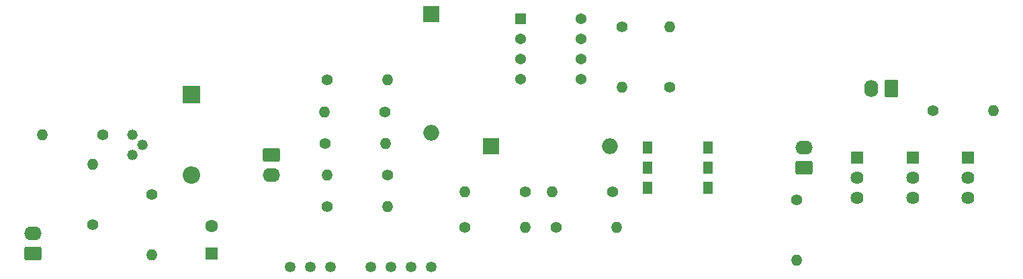
<source format=gbr>
%TF.GenerationSoftware,KiCad,Pcbnew,(6.0.2)*%
%TF.CreationDate,2022-03-20T13:20:32+09:00*%
%TF.ProjectId,TSAL&VOLTAGE_INDICATOR (1),5453414c-2656-44f4-9c54-4147455f494e,rev?*%
%TF.SameCoordinates,Original*%
%TF.FileFunction,Soldermask,Bot*%
%TF.FilePolarity,Negative*%
%FSLAX46Y46*%
G04 Gerber Fmt 4.6, Leading zero omitted, Abs format (unit mm)*
G04 Created by KiCad (PCBNEW (6.0.2)) date 2022-03-20 13:20:32*
%MOMM*%
%LPD*%
G01*
G04 APERTURE LIST*
G04 Aperture macros list*
%AMRoundRect*
0 Rectangle with rounded corners*
0 $1 Rounding radius*
0 $2 $3 $4 $5 $6 $7 $8 $9 X,Y pos of 4 corners*
0 Add a 4 corners polygon primitive as box body*
4,1,4,$2,$3,$4,$5,$6,$7,$8,$9,$2,$3,0*
0 Add four circle primitives for the rounded corners*
1,1,$1+$1,$2,$3*
1,1,$1+$1,$4,$5*
1,1,$1+$1,$6,$7*
1,1,$1+$1,$8,$9*
0 Add four rect primitives between the rounded corners*
20,1,$1+$1,$2,$3,$4,$5,0*
20,1,$1+$1,$4,$5,$6,$7,0*
20,1,$1+$1,$6,$7,$8,$9,0*
20,1,$1+$1,$8,$9,$2,$3,0*%
G04 Aperture macros list end*
%ADD10RoundRect,0.250000X0.620000X0.845000X-0.620000X0.845000X-0.620000X-0.845000X0.620000X-0.845000X0*%
%ADD11O,1.740000X2.190000*%
%ADD12C,1.350000*%
%ADD13C,1.400000*%
%ADD14O,1.400000X1.400000*%
%ADD15RoundRect,0.250000X0.845000X-0.620000X0.845000X0.620000X-0.845000X0.620000X-0.845000X-0.620000X0*%
%ADD16O,2.190000X1.740000*%
%ADD17R,2.000000X2.000000*%
%ADD18O,2.000000X2.000000*%
%ADD19R,1.625600X1.625600*%
%ADD20C,1.625600*%
%ADD21R,1.295400X1.498600*%
%ADD22R,1.600000X1.600000*%
%ADD23C,1.600000*%
%ADD24RoundRect,0.250000X-0.845000X0.620000X-0.845000X-0.620000X0.845000X-0.620000X0.845000X0.620000X0*%
%ADD25C,1.320800*%
%ADD26R,1.371600X1.371600*%
%ADD27C,1.371600*%
%ADD28R,2.200000X2.200000*%
%ADD29O,2.200000X2.200000*%
G04 APERTURE END LIST*
D10*
%TO.C,J2[GRN LED]*%
X166000000Y-111000000D03*
D11*
X163460000Y-111000000D03*
%TD*%
D12*
%TO.C,PS1*%
X90220000Y-133512500D03*
X92760000Y-133512500D03*
X95300000Y-133512500D03*
X100380000Y-133512500D03*
X102920000Y-133512500D03*
X105460000Y-133512500D03*
X108000000Y-133512500D03*
%TD*%
D13*
%TO.C,R13*%
X171190000Y-113810000D03*
D14*
X178810000Y-113810000D03*
%TD*%
D13*
%TO.C,R15*%
X65278600Y-128153000D03*
D14*
X65278600Y-120533000D03*
%TD*%
D13*
%TO.C,R11*%
X138000000Y-110810000D03*
D14*
X138000000Y-103190000D03*
%TD*%
D15*
%TO.C,D3*%
X57778600Y-131843000D03*
D16*
X57778600Y-129303000D03*
%TD*%
D13*
%TO.C,R10*%
X132000000Y-103190000D03*
D14*
X132000000Y-110810000D03*
%TD*%
D15*
%TO.C,D4*%
X155000000Y-121000000D03*
D16*
X155000000Y-118460000D03*
%TD*%
D13*
%TO.C,R_Sense1*%
X66588600Y-116843000D03*
D14*
X58968600Y-116843000D03*
%TD*%
D13*
%TO.C,R5*%
X94810000Y-125917500D03*
D14*
X102430000Y-125917500D03*
%TD*%
D13*
%TO.C,R9*%
X119810000Y-124000000D03*
D14*
X112190000Y-124000000D03*
%TD*%
D17*
%TO.C,C2*%
X115500000Y-118242500D03*
D18*
X130500000Y-118242500D03*
%TD*%
D19*
%TO.C,Q3*%
X161647700Y-119693600D03*
D20*
X161647700Y-122233600D03*
X161647700Y-124773600D03*
%TD*%
D13*
%TO.C,R1*%
X94810000Y-109917500D03*
D14*
X102430000Y-109917500D03*
%TD*%
D13*
%TO.C,R7*%
X123690000Y-128500000D03*
D14*
X131310000Y-128500000D03*
%TD*%
D13*
%TO.C,R2*%
X102120000Y-113917500D03*
D14*
X94500000Y-113917500D03*
%TD*%
D13*
%TO.C,R6*%
X112190000Y-128500000D03*
D14*
X119810000Y-128500000D03*
%TD*%
D17*
%TO.C,C1*%
X107950000Y-101600000D03*
D18*
X107950000Y-116600000D03*
%TD*%
D19*
%TO.C,Q1*%
X175647700Y-119693600D03*
D20*
X175647700Y-122233600D03*
X175647700Y-124773600D03*
%TD*%
D21*
%TO.C,U2*%
X135190000Y-118460000D03*
X135190000Y-121000000D03*
X135190000Y-123540000D03*
X142810000Y-123540000D03*
X142810000Y-121000000D03*
X142810000Y-118460000D03*
%TD*%
D13*
%TO.C,R14*%
X72778600Y-124343000D03*
D14*
X72778600Y-131963000D03*
%TD*%
D19*
%TO.C,Q2*%
X168647700Y-119693600D03*
D20*
X168647700Y-122233600D03*
X168647700Y-124773600D03*
%TD*%
D13*
%TO.C,R8*%
X130810000Y-124000000D03*
D14*
X123190000Y-124000000D03*
%TD*%
D22*
%TO.C,C3*%
X80278600Y-131843000D03*
D23*
X80278600Y-128343000D03*
%TD*%
D24*
%TO.C,J1*%
X87778600Y-119343000D03*
D16*
X87778600Y-121883000D03*
%TD*%
D25*
%TO.C,U3*%
X70278600Y-116843000D03*
X71548600Y-118113000D03*
X70278600Y-119383000D03*
%TD*%
D26*
%TO.C,U1*%
X119190000Y-102190000D03*
D27*
X119190000Y-104730000D03*
X119190000Y-107270000D03*
X119190000Y-109810000D03*
X126810000Y-109810000D03*
X126810000Y-107270000D03*
X126810000Y-104730000D03*
X126810000Y-102190000D03*
%TD*%
D28*
%TO.C,D2*%
X77778600Y-111763000D03*
D29*
X77778600Y-121923000D03*
%TD*%
D13*
%TO.C,R3*%
X94620000Y-117917500D03*
D14*
X102240000Y-117917500D03*
%TD*%
D13*
%TO.C,R12*%
X154000000Y-125000000D03*
D14*
X154000000Y-132620000D03*
%TD*%
D13*
%TO.C,R4*%
X102430000Y-121917500D03*
D14*
X94810000Y-121917500D03*
%TD*%
M02*

</source>
